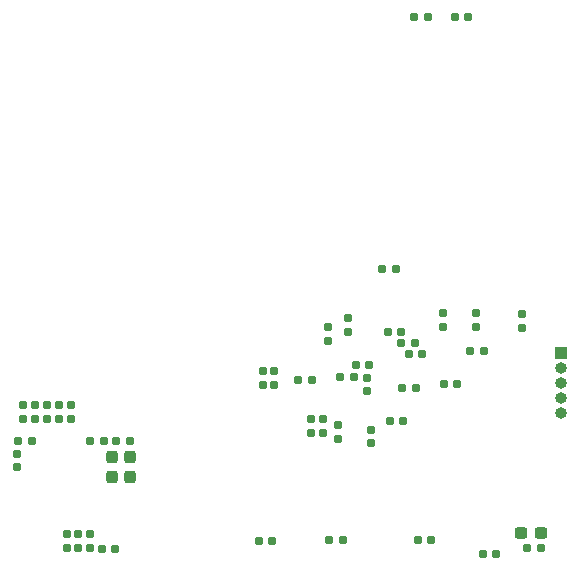
<source format=gbr>
%TF.GenerationSoftware,KiCad,Pcbnew,(6.0.2)*%
%TF.CreationDate,2023-11-17T15:53:31+01:00*%
%TF.ProjectId,CartGen4,43617274-4765-46e3-942e-6b696361645f,rev?*%
%TF.SameCoordinates,Original*%
%TF.FileFunction,Soldermask,Bot*%
%TF.FilePolarity,Negative*%
%FSLAX46Y46*%
G04 Gerber Fmt 4.6, Leading zero omitted, Abs format (unit mm)*
G04 Created by KiCad (PCBNEW (6.0.2)) date 2023-11-17 15:53:31*
%MOMM*%
%LPD*%
G01*
G04 APERTURE LIST*
G04 Aperture macros list*
%AMRoundRect*
0 Rectangle with rounded corners*
0 $1 Rounding radius*
0 $2 $3 $4 $5 $6 $7 $8 $9 X,Y pos of 4 corners*
0 Add a 4 corners polygon primitive as box body*
4,1,4,$2,$3,$4,$5,$6,$7,$8,$9,$2,$3,0*
0 Add four circle primitives for the rounded corners*
1,1,$1+$1,$2,$3*
1,1,$1+$1,$4,$5*
1,1,$1+$1,$6,$7*
1,1,$1+$1,$8,$9*
0 Add four rect primitives between the rounded corners*
20,1,$1+$1,$2,$3,$4,$5,0*
20,1,$1+$1,$4,$5,$6,$7,0*
20,1,$1+$1,$6,$7,$8,$9,0*
20,1,$1+$1,$8,$9,$2,$3,0*%
G04 Aperture macros list end*
%ADD10R,1.000000X1.000000*%
%ADD11O,1.000000X1.000000*%
%ADD12RoundRect,0.160000X-0.197500X-0.160000X0.197500X-0.160000X0.197500X0.160000X-0.197500X0.160000X0*%
%ADD13RoundRect,0.155000X-0.212500X-0.155000X0.212500X-0.155000X0.212500X0.155000X-0.212500X0.155000X0*%
%ADD14RoundRect,0.160000X-0.160000X0.197500X-0.160000X-0.197500X0.160000X-0.197500X0.160000X0.197500X0*%
%ADD15RoundRect,0.155000X-0.155000X0.212500X-0.155000X-0.212500X0.155000X-0.212500X0.155000X0.212500X0*%
%ADD16RoundRect,0.155000X0.155000X-0.212500X0.155000X0.212500X-0.155000X0.212500X-0.155000X-0.212500X0*%
%ADD17RoundRect,0.160000X0.197500X0.160000X-0.197500X0.160000X-0.197500X-0.160000X0.197500X-0.160000X0*%
%ADD18RoundRect,0.155000X0.212500X0.155000X-0.212500X0.155000X-0.212500X-0.155000X0.212500X-0.155000X0*%
%ADD19RoundRect,0.160000X0.160000X-0.197500X0.160000X0.197500X-0.160000X0.197500X-0.160000X-0.197500X0*%
%ADD20RoundRect,0.237500X0.237500X-0.300000X0.237500X0.300000X-0.237500X0.300000X-0.237500X-0.300000X0*%
%ADD21RoundRect,0.237500X-0.300000X-0.237500X0.300000X-0.237500X0.300000X0.237500X-0.300000X0.237500X0*%
G04 APERTURE END LIST*
D10*
%TO.C,J2*%
X89000000Y-71650000D03*
D11*
X89000000Y-72920000D03*
X89000000Y-74190000D03*
X89000000Y-75460000D03*
X89000000Y-76730000D03*
%TD*%
D12*
%TO.C,R16*%
X76552500Y-43200000D03*
X77747500Y-43200000D03*
%TD*%
D13*
%TO.C,C23*%
X75482500Y-70800000D03*
X76617500Y-70800000D03*
%TD*%
D14*
%TO.C,R1*%
X49100000Y-87002500D03*
X49100000Y-88197500D03*
%TD*%
D13*
%TO.C,C42*%
X69382500Y-87500000D03*
X70517500Y-87500000D03*
%TD*%
D15*
%TO.C,C25*%
X70100000Y-77782500D03*
X70100000Y-78917500D03*
%TD*%
D13*
%TO.C,C43*%
X76882500Y-87500000D03*
X78017500Y-87500000D03*
%TD*%
D16*
%TO.C,C30*%
X71000000Y-69867500D03*
X71000000Y-68732500D03*
%TD*%
D15*
%TO.C,C17*%
X43000000Y-80182500D03*
X43000000Y-81317500D03*
%TD*%
D16*
%TO.C,C37*%
X72550000Y-74867500D03*
X72550000Y-73732500D03*
%TD*%
D17*
%TO.C,R18*%
X75047500Y-64550000D03*
X73852500Y-64550000D03*
%TD*%
D18*
%TO.C,C19*%
X67917500Y-73950000D03*
X66782500Y-73950000D03*
%TD*%
D13*
%TO.C,C32*%
X76132500Y-71750000D03*
X77267500Y-71750000D03*
%TD*%
%TO.C,C14*%
X51382500Y-79090780D03*
X52517500Y-79090780D03*
%TD*%
D19*
%TO.C,R2*%
X48150000Y-88197500D03*
X48150000Y-87002500D03*
%TD*%
D15*
%TO.C,C31*%
X67850000Y-77282500D03*
X67850000Y-78417500D03*
%TD*%
D13*
%TO.C,C45*%
X74332500Y-69850000D03*
X75467500Y-69850000D03*
%TD*%
D16*
%TO.C,C28*%
X81800000Y-69417500D03*
X81800000Y-68282500D03*
%TD*%
D13*
%TO.C,C41*%
X63432500Y-87600000D03*
X64567500Y-87600000D03*
%TD*%
D20*
%TO.C,C7*%
X51000000Y-82162500D03*
X51000000Y-80437500D03*
%TD*%
D13*
%TO.C,C38*%
X74532500Y-77450000D03*
X75667500Y-77450000D03*
%TD*%
D19*
%TO.C,R17*%
X85750000Y-69547500D03*
X85750000Y-68352500D03*
%TD*%
D21*
%TO.C,C40*%
X85637500Y-86900000D03*
X87362500Y-86900000D03*
%TD*%
D13*
%TO.C,C22*%
X70332500Y-73700000D03*
X71467500Y-73700000D03*
%TD*%
%TO.C,C26*%
X81332500Y-71450000D03*
X82467500Y-71450000D03*
%TD*%
D18*
%TO.C,C29*%
X80217500Y-74300000D03*
X79082500Y-74300000D03*
%TD*%
D16*
%TO.C,C21*%
X69250000Y-70617500D03*
X69250000Y-69482500D03*
%TD*%
D18*
%TO.C,C44*%
X83517500Y-88650000D03*
X82382500Y-88650000D03*
%TD*%
D14*
%TO.C,R5*%
X44500000Y-76052500D03*
X44500000Y-77247500D03*
%TD*%
D16*
%TO.C,C27*%
X79000000Y-69417500D03*
X79000000Y-68282500D03*
%TD*%
D13*
%TO.C,C3*%
X50132500Y-88250000D03*
X51267500Y-88250000D03*
%TD*%
D20*
%TO.C,C6*%
X52500000Y-82162500D03*
X52500000Y-80437500D03*
%TD*%
D14*
%TO.C,R9*%
X47500000Y-76052500D03*
X47500000Y-77247500D03*
%TD*%
%TO.C,R15*%
X64750000Y-73202500D03*
X64750000Y-74397500D03*
%TD*%
D15*
%TO.C,C36*%
X68850000Y-77282500D03*
X68850000Y-78417500D03*
%TD*%
D12*
%TO.C,R4*%
X49102419Y-79084052D03*
X50297419Y-79084052D03*
%TD*%
D13*
%TO.C,C33*%
X80032500Y-43200000D03*
X81167500Y-43200000D03*
%TD*%
D14*
%TO.C,R12*%
X63750000Y-73202500D03*
X63750000Y-74397500D03*
%TD*%
D15*
%TO.C,C24*%
X72950000Y-78182500D03*
X72950000Y-79317500D03*
%TD*%
D13*
%TO.C,C39*%
X75582500Y-74650000D03*
X76717500Y-74650000D03*
%TD*%
D19*
%TO.C,R10*%
X46500000Y-77247500D03*
X46500000Y-76052500D03*
%TD*%
%TO.C,R7*%
X45500000Y-77247500D03*
X45500000Y-76052500D03*
%TD*%
D18*
%TO.C,C20*%
X72767500Y-72650000D03*
X71632500Y-72650000D03*
%TD*%
D14*
%TO.C,R3*%
X47200000Y-87002500D03*
X47200000Y-88197500D03*
%TD*%
D17*
%TO.C,R19*%
X87347500Y-88150000D03*
X86152500Y-88150000D03*
%TD*%
%TO.C,R8*%
X44247500Y-79100000D03*
X43052500Y-79100000D03*
%TD*%
D19*
%TO.C,R6*%
X43500000Y-77247500D03*
X43500000Y-76052500D03*
%TD*%
M02*

</source>
